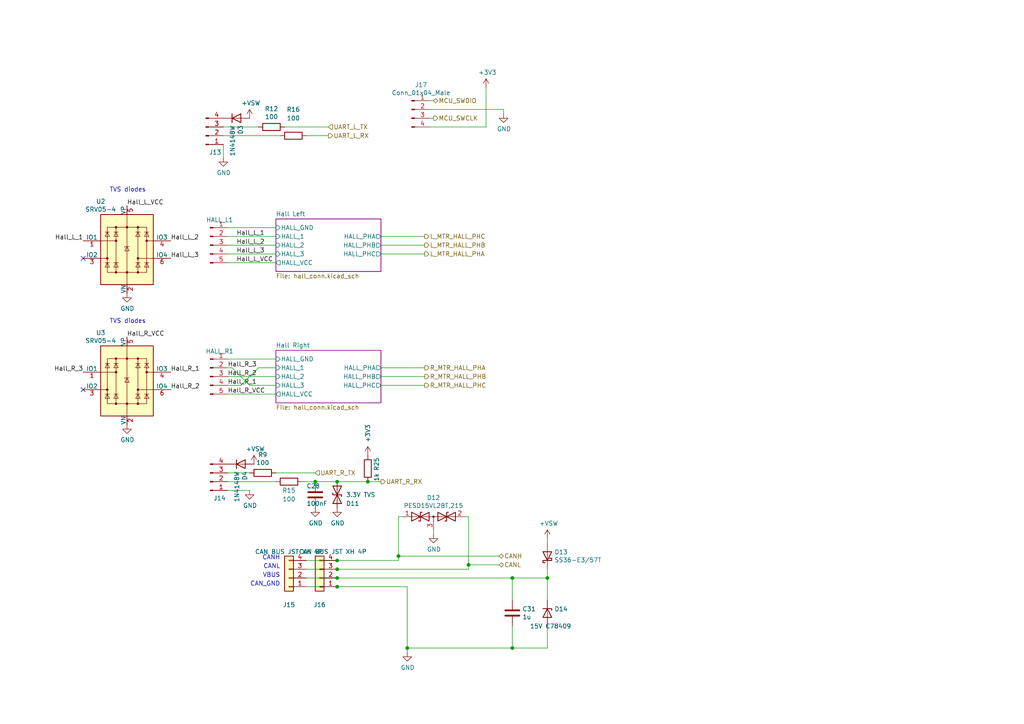
<source format=kicad_sch>
(kicad_sch (version 20250114) (generator "eeschema") (generator_version "9.0")
  (paper "A4")
  (lib_symbols
    (symbol "Connector:Conn_01x04_Male" (pin_names (offset 1.016) (hide yes))
      (property "Reference" "J" (at 0 5.08 0))
      (property "Value" "Conn_01x04_Male" (at 0 -7.62 0))
      (symbol "Conn_01x04_Male_1_1"
        (rectangle (start 0.8636 2.667) (end 0 2.413) (stroke (width 0.1524)) (fill (type outline)))
        (rectangle (start 0.8636 0.127) (end 0 -0.127) (stroke (width 0.1524)) (fill (type outline)))
        (rectangle (start 0.8636 -2.413) (end 0 -2.667) (stroke (width 0.1524)) (fill (type outline)))
        (rectangle (start 0.8636 -4.953) (end 0 -5.207) (stroke (width 0.1524)) (fill (type outline)))
        (polyline (pts (xy 1.27 2.54) (xy 0.8636 2.54)) (stroke (width 0.1524)))
        (polyline (pts (xy 1.27 0) (xy 0.8636 0)) (stroke (width 0.1524)))
        (polyline (pts (xy 1.27 -2.54) (xy 0.8636 -2.54)) (stroke (width 0.1524)))
        (polyline (pts (xy 1.27 -5.08) (xy 0.8636 -5.08)) (stroke (width 0.1524)))
        (pin passive line (at 5.08 2.54 180) (length 3.81) (name "Pin_1") (number "1"))
        (pin passive line (at 5.08 0 180) (length 3.81) (name "Pin_2") (number "2"))
        (pin passive line (at 5.08 -2.54 180) (length 3.81) (name "Pin_3") (number "3"))
        (pin passive line (at 5.08 -5.08 180) (length 3.81) (name "Pin_4") (number "4"))
      )
    )
    (symbol "Connector:Conn_01x05_Male" (pin_names (offset 1.016) (hide yes))
      (property "Reference" "J" (at 0 7.62 0))
      (property "Value" "Conn_01x05_Male" (at 0 -7.62 0))
      (symbol "Conn_01x05_Male_1_1"
        (rectangle (start 0.8636 5.207) (end 0 4.953) (stroke (width 0.1524)) (fill (type outline)))
        (rectangle (start 0.8636 2.667) (end 0 2.413) (stroke (width 0.1524)) (fill (type outline)))
        (rectangle (start 0.8636 0.127) (end 0 -0.127) (stroke (width 0.1524)) (fill (type outline)))
        (rectangle (start 0.8636 -2.413) (end 0 -2.667) (stroke (width 0.1524)) (fill (type outline)))
        (rectangle (start 0.8636 -4.953) (end 0 -5.207) (stroke (width 0.1524)) (fill (type outline)))
        (polyline (pts (xy 1.27 5.08) (xy 0.8636 5.08)) (stroke (width 0.1524)))
        (polyline (pts (xy 1.27 2.54) (xy 0.8636 2.54)) (stroke (width 0.1524)))
        (polyline (pts (xy 1.27 0) (xy 0.8636 0)) (stroke (width 0.1524)))
        (polyline (pts (xy 1.27 -2.54) (xy 0.8636 -2.54)) (stroke (width 0.1524)))
        (polyline (pts (xy 1.27 -5.08) (xy 0.8636 -5.08)) (stroke (width 0.1524)))
        (pin passive line (at 5.08 5.08 180) (length 3.81) (name "Pin_1") (number "1"))
        (pin passive line (at 5.08 2.54 180) (length 3.81) (name "Pin_2") (number "2"))
        (pin passive line (at 5.08 0 180) (length 3.81) (name "Pin_3") (number "3"))
        (pin passive line (at 5.08 -2.54 180) (length 3.81) (name "Pin_4") (number "4"))
        (pin passive line (at 5.08 -5.08 180) (length 3.81) (name "Pin_5") (number "5"))
      )
    )
    (symbol "Connector_Generic:Conn_01x04" (pin_names (offset 1.016) (hide yes))
      (property "Reference" "J" (at 0 5.08 0))
      (property "Value" "Conn_01x04" (at 0 -7.62 0))
      (symbol "Conn_01x04_1_1"
        (rectangle (start -1.27 3.81) (end 1.27 -6.35) (stroke (width 0.254)) (fill (type background)))
        (rectangle (start -1.27 2.667) (end 0 2.413) (stroke (width 0.1524)))
        (rectangle (start -1.27 0.127) (end 0 -0.127) (stroke (width 0.1524)))
        (rectangle (start -1.27 -2.413) (end 0 -2.667) (stroke (width 0.1524)))
        (rectangle (start -1.27 -4.953) (end 0 -5.207) (stroke (width 0.1524)))
        (pin passive line (at -5.08 2.54 0) (length 3.81) (name "Pin_1") (number "1"))
        (pin passive line (at -5.08 0 0) (length 3.81) (name "Pin_2") (number "2"))
        (pin passive line (at -5.08 -2.54 0) (length 3.81) (name "Pin_3") (number "3"))
        (pin passive line (at -5.08 -5.08 0) (length 3.81) (name "Pin_4") (number "4"))
      )
    )
    (symbol "Device:C" (pin_numbers (hide yes)) (pin_names (offset 0.254))
      (property "Reference" "C" (at 0.635 2.54 0))
      (property "Value" "C" (at 0.635 -2.54 0))
      (symbol "C_0_1"
        (polyline (pts (xy -2.032 0.762) (xy 2.032 0.762)) (stroke (width 0.508)))
        (polyline (pts (xy -2.032 -0.762) (xy 2.032 -0.762)) (stroke (width 0.508)))
      )
      (symbol "C_1_1"
        (pin passive line (at 0 3.81 270) (length 2.794) (name "~") (number "1"))
        (pin passive line (at 0 -3.81 90) (length 2.794) (name "~") (number "2"))
      )
    )
    (symbol "Device:D" (pin_numbers (hide yes)) (pin_names (offset 1.016) (hide yes))
      (property "Reference" "D" (at 0 2.54 0))
      (property "Value" "D" (at 0 -2.54 0))
      (symbol "D_0_1"
        (polyline (pts (xy -1.27 1.27) (xy -1.27 -1.27)) (stroke (width 0.254)))
        (polyline (pts (xy 1.27 1.27) (xy 1.27 -1.27) (xy -1.27 0) (xy 1.27 1.27)) (stroke (width 0.254)))
        (polyline (pts (xy 1.27 0) (xy -1.27 0)))
      )
      (symbol "D_1_1"
        (pin passive line (at -3.81 0 0) (length 2.54) (name "K") (number "1"))
        (pin passive line (at 3.81 0 180) (length 2.54) (name "A") (number "2"))
      )
    )
    (symbol "Device:D_Schottky" (pin_numbers (hide yes)) (pin_names (offset 1.016) (hide yes))
      (property "Reference" "D" (at 0 2.54 0))
      (property "Value" "D_Schottky" (at 0 -2.54 0))
      (symbol "D_Schottky_0_1"
        (polyline (pts (xy -1.905 0.635) (xy -1.905 1.27) (xy -1.27 1.27) (xy -1.27 -1.27) (xy -0.635 -1.27) (xy -0.635 -0.635)) (stroke (width 0.254)))
        (polyline (pts (xy 1.27 1.27) (xy 1.27 -1.27) (xy -1.27 0) (xy 1.27 1.27)) (stroke (width 0.254)))
        (polyline (pts (xy 1.27 0) (xy -1.27 0)))
      )
      (symbol "D_Schottky_1_1"
        (pin passive line (at -3.81 0 0) (length 2.54) (name "K") (number "1"))
        (pin passive line (at 3.81 0 180) (length 2.54) (name "A") (number "2"))
      )
    )
    (symbol "Device:D_TVS" (pin_numbers (hide yes)) (pin_names (offset 1.016) (hide yes))
      (property "Reference" "D" (at 0 2.54 0))
      (property "Value" "D_TVS" (at 0 -2.54 0))
      (symbol "D_TVS_0_1"
        (polyline (pts (xy -2.54 1.27) (xy -2.54 -1.27) (xy 2.54 1.27) (xy 2.54 -1.27) (xy -2.54 1.27)) (stroke (width 0.254)))
        (polyline (pts (xy 0.508 1.27) (xy 0 1.27) (xy 0 -1.27) (xy -0.508 -1.27)) (stroke (width 0.254)))
        (polyline (pts (xy 1.27 0) (xy -1.27 0)))
      )
      (symbol "D_TVS_1_1"
        (pin passive line (at -3.81 0 0) (length 2.54) (name "A1") (number "1"))
        (pin passive line (at 3.81 0 180) (length 2.54) (name "A2") (number "2"))
      )
    )
    (symbol "Device:D_TVS_Dual_AAC" (pin_names (offset 1.016) (hide yes))
      (property "Reference" "D" (at 0 4.445 0))
      (property "Value" "D_TVS_Dual_AAC" (at 0 2.54 0))
      (symbol "D_TVS_Dual_AAC_0_0"
        (polyline (pts (xy 0 -1.27) (xy 0 0)))
      )
      (symbol "D_TVS_Dual_AAC_0_1"
        (polyline (pts (xy -6.35 1.27) (xy -1.27 -1.27) (xy -1.27 1.27) (xy -6.35 -1.27) (xy -6.35 1.27)) (stroke (width 0.254)))
        (polyline (pts (xy -6.35 0) (xy 6.35 0)))
        (polyline (pts (xy -3.302 1.27) (xy -3.81 1.27) (xy -3.81 -1.27) (xy -4.318 -1.27)) (stroke (width 0.254)))
        (circle (center 0 0) (radius 0.254) (fill (type outline)))
        (polyline (pts (xy 4.318 1.27) (xy 3.81 1.27) (xy 3.81 -1.27) (xy 3.302 -1.27)) (stroke (width 0.254)))
        (polyline (pts (xy 6.35 1.27) (xy 1.27 -1.27) (xy 1.27 1.27) (xy 6.35 -1.27) (xy 6.35 1.27)) (stroke (width 0.254)))
      )
      (symbol "D_TVS_Dual_AAC_1_1"
        (pin passive line (at -8.89 0 0) (length 2.54) (name "A1") (number "1"))
        (pin input line (at 0 -3.81 90) (length 2.54) (name "common") (number "3"))
        (pin passive line (at 8.89 0 180) (length 2.54) (name "A2") (number "2"))
      )
    )
    (symbol "Device:D_Zener" (pin_numbers (hide yes)) (pin_names (offset 1.016) (hide yes))
      (property "Reference" "D" (at 0 2.54 0))
      (property "Value" "D_Zener" (at 0 -2.54 0))
      (symbol "D_Zener_0_1"
        (polyline (pts (xy -1.27 -1.27) (xy -1.27 1.27) (xy -0.762 1.27)) (stroke (width 0.254)))
        (polyline (pts (xy 1.27 0) (xy -1.27 0)))
        (polyline (pts (xy 1.27 -1.27) (xy 1.27 1.27) (xy -1.27 0) (xy 1.27 -1.27)) (stroke (width 0.254)))
      )
      (symbol "D_Zener_1_1"
        (pin passive line (at -3.81 0 0) (length 2.54) (name "K") (number "1"))
        (pin passive line (at 3.81 0 180) (length 2.54) (name "A") (number "2"))
      )
    )
    (symbol "Device:R" (pin_numbers (hide yes)) (pin_names (offset 0))
      (property "Reference" "R" (at 2.032 0 90))
      (property "Value" "R" (at 0 0 90))
      (symbol "R_0_1"
        (rectangle (start -1.016 -2.54) (end 1.016 2.54) (stroke (width 0.254)))
      )
      (symbol "R_1_1"
        (pin passive line (at 0 3.81 270) (length 1.27) (name "~") (number "1"))
        (pin passive line (at 0 -3.81 90) (length 1.27) (name "~") (number "2"))
      )
    )
    (symbol "Power_Protection:SRV05-4" (pin_names (offset 0))
      (property "Reference" "U" (at -5.08 11.43 0))
      (property "Value" "SRV05-4" (at 2.54 11.43 0))
      (symbol "SRV05-4_0_0"
        (rectangle (start -5.715 6.477) (end 5.715 -6.604))
        (polyline (pts (xy -3.175 -6.604) (xy -3.175 6.477)))
        (polyline (pts (xy 3.175 6.477) (xy 3.175 -6.604)))
      )
      (symbol "SRV05-4_0_1"
        (polyline (pts (xy -7.747 2.54) (xy -3.175 2.54)))
        (rectangle (start -7.62 10.16) (end 7.62 -10.16) (stroke (width 0.254)) (fill (type background)))
        (polyline (pts (xy -7.62 -2.54) (xy -5.715 -2.54)))
        (circle (center -5.715 -2.54) (radius 0.2794) (fill (type outline)))
        (polyline (pts (xy -5.08 5.08) (xy -6.35 5.08)))
        (polyline (pts (xy -5.08 3.81) (xy -6.35 3.81) (xy -5.715 5.08) (xy -5.08 3.81)))
        (polyline (pts (xy -5.08 -3.81) (xy -6.35 -3.81)))
        (polyline (pts (xy -5.08 -5.08) (xy -6.35 -5.08) (xy -5.715 -3.81) (xy -5.08 -5.08)))
        (circle (center -3.175 6.477) (radius 0.2794) (fill (type outline)))
        (circle (center -3.175 2.54) (radius 0.2794) (fill (type outline)))
        (circle (center -3.175 -6.604) (radius 0.2794) (fill (type outline)))
        (polyline (pts (xy -2.54 5.08) (xy -3.81 5.08)))
        (polyline (pts (xy -2.54 3.81) (xy -3.81 3.81) (xy -3.175 5.08) (xy -2.54 3.81)))
        (polyline (pts (xy -2.54 -3.81) (xy -3.81 -3.81)))
        (polyline (pts (xy -2.54 -5.08) (xy -3.81 -5.08) (xy -3.175 -3.81) (xy -2.54 -5.08)))
        (polyline (pts (xy 0 10.16) (xy 0 -10.16)))
        (circle (center 0 6.477) (radius 0.2794) (fill (type outline)))
        (circle (center 0 -6.604) (radius 0.2794) (fill (type outline)))
        (polyline (pts (xy 0.635 0.889) (xy -0.635 0.889) (xy -0.635 0.635)))
        (polyline (pts (xy 0.635 -0.381) (xy -0.635 -0.381) (xy 0 0.889) (xy 0.635 -0.381)))
        (circle (center 3.175 6.477) (radius 0.2794) (fill (type outline)))
        (circle (center 3.175 -2.54) (radius 0.2794) (fill (type outline)))
        (circle (center 3.175 -6.604) (radius 0.2794) (fill (type outline)))
        (polyline (pts (xy 3.81 5.08) (xy 2.54 5.08)))
        (polyline (pts (xy 3.81 3.81) (xy 2.54 3.81) (xy 3.175 5.08) (xy 3.81 3.81)))
        (polyline (pts (xy 3.81 -3.81) (xy 2.54 -3.81)))
        (polyline (pts (xy 3.81 -5.08) (xy 2.54 -5.08) (xy 3.175 -3.81) (xy 3.81 -5.08)))
        (circle (center 5.715 2.54) (radius 0.2794) (fill (type outline)))
        (polyline (pts (xy 6.35 5.08) (xy 5.08 5.08)))
        (polyline (pts (xy 6.35 3.81) (xy 5.08 3.81) (xy 5.715 5.08) (xy 6.35 3.81)))
        (polyline (pts (xy 6.35 -3.81) (xy 5.08 -3.81)))
        (polyline (pts (xy 6.35 -5.08) (xy 5.08 -5.08) (xy 5.715 -3.81) (xy 6.35 -5.08)))
        (polyline (pts (xy 7.62 2.54) (xy 5.715 2.54)))
        (polyline (pts (xy 7.62 -2.54) (xy 3.175 -2.54)))
      )
      (symbol "SRV05-4_1_1"
        (pin passive line (at -12.7 2.54 0) (length 5.08) (name "IO1") (number "1"))
        (pin passive line (at -12.7 -2.54 0) (length 5.08) (name "IO2") (number "3"))
        (pin passive line (at 0 12.7 270) (length 2.54) (name "VP") (number "5"))
        (pin passive line (at 0 -12.7 90) (length 2.54) (name "VN") (number "2"))
        (pin passive line (at 12.7 2.54 180) (length 5.08) (name "IO3") (number "4"))
        (pin passive line (at 12.7 -2.54 180) (length 5.08) (name "IO4") (number "6"))
      )
    )
    (symbol "power:+3.3V" (power) (pin_names (offset 0))
      (property "Value" "+3.3V" (at 0 3.556 0))
      (symbol "+3.3V_0_1"
        (polyline (pts (xy -0.762 1.27) (xy 0 2.54)))
        (polyline (pts (xy 0 2.54) (xy 0.762 1.27)))
        (polyline (pts (xy 0 0) (xy 0 2.54)))
      )
      (symbol "+3.3V_1_1"
        (pin power_in line (at 0 0 90) (length 0) (hide yes) (name "+3V3") (number "1"))
      )
    )
    (symbol "power:+VSW" (power) (pin_names (offset 0))
      (property "Value" "+VSW" (at 0 3.556 0))
      (symbol "+VSW_0_1"
        (polyline (pts (xy -0.762 1.27) (xy 0 2.54)))
        (polyline (pts (xy 0 2.54) (xy 0.762 1.27)))
        (polyline (pts (xy 0 0) (xy 0 2.54)))
      )
      (symbol "+VSW_1_1"
        (pin power_in line (at 0 0 90) (length 0) (hide yes) (name "+VSW") (number "1"))
      )
    )
    (symbol "power:GND" (power) (pin_names (offset 0))
      (property "Value" "GND" (at 0 -3.81 0))
      (symbol "GND_0_1"
        (polyline (pts (xy 0 0) (xy 0 -1.27) (xy 1.27 -1.27) (xy 0 -2.54) (xy -1.27 -1.27) (xy 0 -1.27)))
      )
      (symbol "GND_1_1"
        (pin power_in line (at 0 0 270) (length 0) (hide yes) (name "GND") (number "1"))
      )
    )
  )
  (text "TVS diodes" (at 31.75 93.98 0) (effects (font (size 1.27 1.27)) (justify left bottom)))
  (text "CANL" (at 81.28 165.1 0) (effects (font (size 1.27 1.27)) (justify right bottom)))
  (text "CANH" (at 81.28 162.56 0) (effects (font (size 1.27 1.27)) (justify right bottom)))
  (text "CAN_GND" (at 81.28 170.18 0) (effects (font (size 1.27 1.27)) (justify right bottom)))
  (text "VBUS" (at 81.28 167.64 0) (effects (font (size 1.27 1.27)) (justify right bottom)))
  (text "TVS diodes" (at 31.75 55.88 0) (effects (font (size 1.27 1.27)) (justify left bottom)))
  (junction (at 148.59 167.64))
  (junction (at 97.79 167.64))
  (junction (at 115.57 161.29))
  (junction (at 97.79 165.1))
  (junction (at 97.79 162.56))
  (junction (at 106.68 139.7))
  (junction (at 148.59 187.96))
  (junction (at 91.44 139.7))
  (junction (at 135.89 163.83))
  (junction (at 158.75 167.64))
  (junction (at 97.79 170.18))
  (junction (at 118.11 187.96))
  (junction (at 97.79 139.7))
  (no_connect (at 24.13 113.03))
  (no_connect (at 24.13 74.93))
  (wire (pts (xy 97.79 139.7) (xy 106.68 139.7)))
  (wire (pts (xy 66.04 111.76) (xy 69.85 111.76)))
  (wire (pts (xy 125.73 153.67) (xy 125.73 154.94)))
  (wire (pts (xy 97.79 162.56) (xy 115.57 162.56)))
  (wire (pts (xy 148.59 167.64) (xy 158.75 167.64)))
  (wire (pts (xy 66.04 114.3) (xy 80.01 114.3)))
  (wire (pts (xy 64.77 45.72) (xy 64.77 41.91)))
  (wire (pts (xy 118.11 170.18) (xy 118.11 187.96)))
  (wire (pts (xy 74.93 106.68) (xy 80.01 106.68)))
  (wire (pts (xy 88.9 162.56) (xy 97.79 162.56)))
  (wire (pts (xy 140.97 25.4) (xy 140.97 36.83)))
  (wire (pts (xy 158.75 156.21) (xy 158.75 157.48)))
  (wire (pts (xy 72.39 142.24) (xy 66.04 142.24)))
  (wire (pts (xy 80.01 139.7) (xy 66.04 139.7)))
  (wire (pts (xy 72.39 111.76) (xy 80.01 111.76)))
  (wire (pts (xy 124.46 31.75) (xy 146.05 31.75)))
  (wire (pts (xy 82.55 36.83) (xy 95.25 36.83)))
  (wire (pts (xy 66.04 73.66) (xy 80.01 73.66)))
  (wire (pts (xy 97.79 167.64) (xy 148.59 167.64)))
  (wire (pts (xy 158.75 167.64) (xy 158.75 173.99)))
  (wire (pts (xy 88.9 170.18) (xy 97.79 170.18)))
  (wire (pts (xy 110.49 71.12) (xy 123.19 71.12)))
  (wire (pts (xy 135.89 149.86) (xy 135.89 163.83)))
  (wire (pts (xy 91.44 137.16) (xy 80.01 137.16)))
  (wire (pts (xy 148.59 181.61) (xy 148.59 187.96)))
  (wire (pts (xy 135.89 163.83) (xy 144.78 163.83)))
  (wire (pts (xy 66.04 76.2) (xy 80.01 76.2)))
  (wire (pts (xy 148.59 187.96) (xy 158.75 187.96)))
  (wire (pts (xy 118.11 187.96) (xy 148.59 187.96)))
  (wire (pts (xy 88.9 167.64) (xy 97.79 167.64)))
  (wire (pts (xy 88.9 39.37) (xy 95.25 39.37)))
  (wire (pts (xy 116.84 149.86) (xy 115.57 149.86)))
  (wire (pts (xy 88.9 165.1) (xy 97.79 165.1)))
  (wire (pts (xy 125.73 29.21) (xy 124.46 29.21)))
  (wire (pts (xy 87.63 139.7) (xy 91.44 139.7)))
  (wire (pts (xy 115.57 149.86) (xy 115.57 161.29)))
  (wire (pts (xy 66.04 71.12) (xy 80.01 71.12)))
  (wire (pts (xy 91.44 139.7) (xy 97.79 139.7)))
  (wire (pts (xy 146.05 31.75) (xy 146.05 33.02)))
  (wire (pts (xy 158.75 181.61) (xy 158.75 187.96)))
  (wire (pts (xy 110.49 68.58) (xy 123.19 68.58)))
  (wire (pts (xy 106.68 139.7) (xy 110.49 139.7)))
  (wire (pts (xy 66.04 104.14) (xy 80.01 104.14)))
  (wire (pts (xy 66.04 106.68) (xy 67.31 106.68)))
  (wire (pts (xy 110.49 106.68) (xy 123.19 106.68)))
  (wire (pts (xy 110.49 73.66) (xy 123.19 73.66)))
  (wire (pts (xy 67.31 106.68) (xy 72.39 111.76)))
  (wire (pts (xy 81.28 39.37) (xy 64.77 39.37)))
  (wire (pts (xy 115.57 162.56) (xy 115.57 161.29)))
  (wire (pts (xy 97.79 170.18) (xy 118.11 170.18)))
  (wire (pts (xy 148.59 167.64) (xy 148.59 173.99)))
  (wire (pts (xy 134.62 149.86) (xy 135.89 149.86)))
  (wire (pts (xy 66.04 68.58) (xy 80.01 68.58)))
  (wire (pts (xy 135.89 165.1) (xy 135.89 163.83)))
  (wire (pts (xy 158.75 167.64) (xy 158.75 165.1)))
  (wire (pts (xy 125.73 34.29) (xy 124.46 34.29)))
  (wire (pts (xy 115.57 161.29) (xy 144.78 161.29)))
  (wire (pts (xy 66.04 109.22) (xy 80.01 109.22)))
  (wire (pts (xy 66.04 66.04) (xy 80.01 66.04)))
  (wire (pts (xy 118.11 187.96) (xy 118.11 189.23)))
  (wire (pts (xy 74.93 36.83) (xy 64.77 36.83)))
  (wire (pts (xy 124.46 36.83) (xy 140.97 36.83)))
  (wire (pts (xy 110.49 109.22) (xy 123.19 109.22)))
  (wire (pts (xy 110.49 111.76) (xy 123.19 111.76)))
  (wire (pts (xy 72.39 137.16) (xy 66.04 137.16)))
  (wire (pts (xy 74.93 106.68) (xy 69.85 111.76)))
  (wire (pts (xy 97.79 165.1) (xy 135.89 165.1)))
  (label "Hall_R_3" (at 24.13 107.95 180))
  (label "Hall_R_2" (at 49.53 113.03 0))
  (label "Hall_R_2" (at 66.04 109.22 0))
  (label "Hall_L_1" (at 24.13 69.85 180))
  (label "Hall_L_3" (at 68.58 73.66 0))
  (label "Hall_L_VCC" (at 36.83 59.69 0))
  (label "Hall_R_VCC" (at 66.04 114.3 0))
  (label "Hall_L_VCC" (at 68.58 76.2 0))
  (label "Hall_R_1" (at 49.53 107.95 0))
  (label "Hall_L_2" (at 49.53 69.85 0))
  (label "Hall_L_3" (at 49.53 74.93 0))
  (label "Hall_R_3" (at 66.04 106.68 0))
  (label "Hall_L_1" (at 68.58 68.58 0))
  (label "Hall_R_1" (at 66.04 111.76 0))
  (label "Hall_L_2" (at 68.58 71.12 0))
  (label "Hall_R_VCC" (at 36.83 97.79 0))
  (hierarchical_label "L_MTR_HALL_PHC" (shape output) (at 123.19 68.58 0))
  (hierarchical_label "UART_R_TX" (shape input) (at 91.44 137.16 0))
  (hierarchical_label "CANL" (shape bidirectional) (at 144.78 163.83 0))
  (hierarchical_label "MCU_SWCLK" (shape output) (at 125.73 34.29 0))
  (hierarchical_label "UART_R_RX" (shape output) (at 110.49 139.7 0))
  (hierarchical_label "L_MTR_HALL_PHB" (shape output) (at 123.19 71.12 0))
  (hierarchical_label "R_MTR_HALL_PHC" (shape output) (at 123.19 111.76 0))
  (hierarchical_label "MCU_SWDIO" (shape bidirectional) (at 125.73 29.21 0))
  (hierarchical_label "R_MTR_HALL_PHA" (shape output) (at 123.19 106.68 0))
  (hierarchical_label "R_MTR_HALL_PHB" (shape output) (at 123.19 109.22 0))
  (hierarchical_label "L_MTR_HALL_PHA" (shape output) (at 123.19 73.66 0))
  (hierarchical_label "UART_L_TX" (shape input) (at 95.25 36.83 0))
  (hierarchical_label "CANH" (shape bidirectional) (at 144.78 161.29 0))
  (hierarchical_label "UART_L_RX" (shape output) (at 95.25 39.37 0))
  (symbol (lib_id "power:GND") (at 64.77 45.72 0) (unit 1)
    (property "Reference" "#PWR028" (effects (hide yes)))
    (property "Value" "GND" (at 64.897 50.1142 0))
  )
  (symbol (lib_id "Connector:Conn_01x04_Male") (at 59.69 39.37 0) (mirror x) (unit 1)
    (property "Reference" "J13" (at 62.4332 44.1706 0))
    (property "Value" "UART_L1" (effects (hide yes)))
    (property "Footprint" "Connector_JST:JST_XH_B4B-XH-A_1x04_P2.50mm_Vertical" (effects (hide yes)))
    (property "LCSC" "C192885" (effects (hide yes)))
  )
  (symbol (lib_id "Connector:Conn_01x05_Male") (at 60.96 71.12 0) (unit 1)
    (property "Reference" "HALL_L1" (at 63.7032 63.7794 0))
    (property "Value" "Conn_01x05_Male" (effects (hide yes)))
    (property "Footprint" "Connector_JST:JST_XH_B5B-XH-A_1x05_P2.50mm_Vertical" (effects (hide yes)))
    (property "LCSC" "C57142" (effects (hide yes)))
  )
  (symbol (lib_id "Connector:Conn_01x05_Male") (at 60.96 109.22 0) (unit 1)
    (property "Reference" "HALL_R1" (at 63.7032 101.8794 0))
    (property "Value" "Conn_01x05_Male" (effects (hide yes)))
    (property "Footprint" "Connector_JST:JST_XH_B5B-XH-A_1x05_P2.50mm_Vertical" (effects (hide yes)))
    (property "LCSC" "C57142" (effects (hide yes)))
  )
  (symbol (lib_id "Connector:Conn_01x04_Male") (at 60.96 139.7 0) (mirror x) (unit 1)
    (property "Reference" "J14" (at 63.7032 144.5006 0))
    (property "Value" "UART_R1" (effects (hide yes)))
    (property "Footprint" "Connector_JST:JST_XH_B4B-XH-A_1x04_P2.50mm_Vertical" (effects (hide yes)))
    (property "LCSC" "C192885" (effects (hide yes)))
  )
  (symbol (lib_id "power:+VSW") (at 72.39 34.29 0) (unit 1)
    (property "Reference" "#PWR031" (effects (hide yes)))
    (property "Value" "+VSW" (at 72.771 29.8958 0))
  )
  (symbol (lib_id "Device:R") (at 78.74 36.83 270) (unit 1)
    (property "Reference" "R12" (at 78.74 31.5722 90))
    (property "Value" "100" (at 78.74 33.8836 90))
    (property "Footprint" "Resistor_SMD:R_0603_1608Metric" (effects (hide yes)))
    (property "LCSC" "C22775" (effects (hide yes)))
  )
  (symbol (lib_id "Device:R") (at 85.09 39.37 270) (unit 1)
    (property "Reference" "R16" (at 85.09 31.75 90))
    (property "Value" "100" (at 85.09 34.29 90))
    (property "Footprint" "Resistor_SMD:R_0603_1608Metric" (effects (hide yes)))
    (property "LCSC" "C22775" (effects (hide yes)))
  )
  (symbol (lib_id "power:+VSW") (at 73.66 134.62 0) (unit 1)
    (property "Reference" "#PWR033" (effects (hide yes)))
    (property "Value" "+VSW" (at 74.041 130.2258 0))
  )
  (symbol (lib_id "power:GND") (at 72.39 142.24 0) (unit 1)
    (property "Reference" "#PWR032" (effects (hide yes)))
    (property "Value" "GND" (at 72.517 146.6342 0))
  )
  (symbol (lib_id "Device:R") (at 76.2 137.16 270) (unit 1)
    (property "Reference" "R9" (at 76.2 131.9022 90))
    (property "Value" "100" (at 76.2 134.2136 90))
    (property "Footprint" "Resistor_SMD:R_0603_1608Metric" (effects (hide yes)))
    (property "LCSC" "C22775" (effects (hide yes)))
  )
  (symbol (lib_id "Device:R") (at 83.82 139.7 270) (unit 1)
    (property "Reference" "R15" (at 83.82 142.24 90))
    (property "Value" "100" (at 83.82 144.78 90))
    (property "Footprint" "Resistor_SMD:R_0603_1608Metric" (effects (hide yes)))
    (property "LCSC" "C22775" (effects (hide yes)))
  )
  (symbol (lib_id "Device:D_TVS_Dual_AAC") (at 125.73 149.86 0) (unit 1)
    (property "Reference" "D12" (at 125.73 144.3482 0))
    (property "Value" "PESD15VL2BT,215" (at 125.73 146.6596 0))
    (property "Footprint" "Package_TO_SOT_SMD:SOT-23" (effects (hide yes)))
    (property "LCSC" "C38838" (effects (hide yes)))
  )
  (symbol (lib_id "power:GND") (at 125.73 154.94 0) (unit 1)
    (property "Reference" "#PWR042" (effects (hide yes)))
    (property "Value" "GND" (at 125.857 159.3342 0))
  )
  (symbol (lib_id "power:GND") (at 118.11 189.23 0) (unit 1)
    (property "Reference" "#PWR041" (effects (hide yes)))
    (property "Value" "GND" (at 118.237 193.6242 0))
  )
  (symbol (lib_id "power:GND") (at 146.05 33.02 0) (unit 1)
    (property "Reference" "#PWR044" (effects (hide yes)))
    (property "Value" "GND" (at 146.177 37.4142 0))
  )
  (symbol (lib_id "power:+VSW") (at 158.75 156.21 0) (unit 1)
    (property "Reference" "#PWR045" (effects (hide yes)))
    (property "Value" "+VSW" (at 159.131 151.8158 0))
  )
  (symbol (lib_id "Device:D_Schottky") (at 158.75 161.29 90) (unit 1)
    (property "Reference" "D13" (at 160.782 160.1216 90) (effects (justify right)))
    (property "Value" "SS36-E3/57T" (at 160.782 162.433 90) (effects (justify right)))
    (property "Footprint" "Diode_SMD:D_SMC" (effects (hide yes)))
    (property "LCSC" "C35722" (effects (hide yes)))
  )
  (symbol (lib_id "Device:D_Zener") (at 158.75 177.8 270) (unit 1)
    (property "Reference" "D14" (at 160.782 176.6316 90) (effects (justify left)))
    (property "Value" "15V C78409" (at 153.67 181.61 90) (effects (justify left)))
    (property "Footprint" "Diode_SMD:D_SMB" (effects (hide yes)))
    (property "LCSC" "C78409" (effects (hide yes)))
  )
  (symbol (lib_id "Device:C") (at 148.59 177.8 0) (unit 1)
    (property "Reference" "C31" (at 151.511 176.6316 0) (effects (justify left)))
    (property "Value" "1u" (at 151.511 178.943 0) (effects (justify left)))
    (property "Footprint" "Capacitor_SMD:C_0805_2012Metric" (effects (hide yes)))
    (property "LCSC" "C28323" (effects (hide yes)))
  )
  (symbol (lib_id "Device:D") (at 69.85 134.62 0) (unit 1)
    (property "Reference" "D4" (at 71.0184 136.6266 90) (effects (justify right)))
    (property "Value" "1N4148W" (at 68.707 136.6266 90) (effects (justify right)))
    (property "Footprint" "Diode_SMD:D_SOD-123" (effects (hide yes)))
    (property "Datasheet" "https://www.vishay.com/docs/85748/1n4148w.pdf" (effects (hide yes)))
    (property "LCSC" "C81598" (effects (hide yes)))
  )
  (symbol (lib_id "Device:D") (at 68.58 34.29 0) (unit 1)
    (property "Reference" "D3" (at 69.7484 36.2966 90) (effects (justify right)))
    (property "Value" "1N4148W" (at 67.437 36.2966 90) (effects (justify right)))
    (property "Footprint" "Diode_SMD:D_SOD-123" (effects (hide yes)))
    (property "Datasheet" "https://www.vishay.com/docs/85748/1n4148w.pdf" (effects (hide yes)))
    (property "LCSC" "C81598" (effects (hide yes)))
  )
  (symbol (lib_id "Connector:Conn_01x04_Male") (at 119.38 31.75 0) (unit 1)
    (property "Reference" "J17" (at 122.1232 24.6126 0))
    (property "Value" "Conn_01x04_Male" (at 122.1232 26.924 0))
    (property "Footprint" "Connector_PinHeader_2.54mm:PinHeader_1x04_P2.54mm_Vertical" (effects (hide yes)))
    (property "LCSC" "C2691448" (effects (hide yes)))
  )
  (symbol (lib_id "power:+3.3V") (at 140.97 25.4 0) (unit 1)
    (property "Reference" "#PWR043" (effects (hide yes)))
    (property "Value" "+3V3" (at 141.351 21.0058 0))
  )
  (symbol (lib_id "Device:R") (at 106.68 135.89 0) (unit 1)
    (property "Reference" "R25" (at 109.22 134.62 90))
    (property "Value" "1k" (at 109.22 138.43 90))
    (property "Footprint" "Resistor_SMD:R_0603_1608Metric" (effects (hide yes)))
    (property "LCSC" "C21190" (effects (hide yes)))
  )
  (symbol (lib_id "power:+3.3V") (at 106.68 132.08 0) (unit 1)
    (property "Reference" "#PWR040" (effects (hide yes)))
    (property "Value" "+3V3" (at 106.68 125.73 90))
  )
  (symbol (lib_id "Device:D_TVS") (at 97.79 143.51 270) (unit 1)
    (property "Reference" "D11" (at 100.33 146.05 90) (effects (justify left)))
    (property "Value" "3.3V TVS" (at 100.33 143.51 90) (effects (justify left)))
    (property "Footprint" "Diode_SMD:D_SOD-323" (effects (hide yes)))
    (property "LCSC" "C314254" (effects (hide yes)))
  )
  (symbol (lib_id "Device:C") (at 91.44 143.51 0) (unit 1)
    (property "Reference" "C28" (at 88.9 140.97 0) (effects (justify left)))
    (property "Value" "100nF" (at 88.9 146.05 0) (effects (justify left)))
    (property "Footprint" "Capacitor_SMD:C_0603_1608Metric" (effects (hide yes)))
    (property "LCSC" "C14663" (effects (hide yes)))
  )
  (symbol (lib_id "power:GND") (at 91.44 147.32 0) (unit 1)
    (property "Reference" "#PWR038" (effects (hide yes)))
    (property "Value" "GND" (at 91.567 151.7142 0))
  )
  (symbol (lib_id "power:GND") (at 97.79 147.32 0) (unit 1)
    (property "Reference" "#PWR039" (effects (hide yes)))
    (property "Value" "GND" (at 97.917 151.7142 0))
  )
  (symbol (lib_id "Connector_Generic:Conn_01x04") (at 83.82 167.64 180) (unit 1)
    (property "Reference" "J15" (at 83.82 175.4165 0))
    (property "Value" "CAN BUS JST XH 4P" (at 83.82 160.02 0))
    (property "Footprint" "Connector_JST:JST_XH_B4B-XH-A_1x04_P2.50mm_Vertical" (effects (hide yes)))
    (property "LCSC" "C68117" (effects (hide yes)))
  )
  (symbol (lib_id "Power_Protection:SRV05-4") (at 36.83 72.39 0) (unit 1)
    (property "Reference" "U2" (at 29.21 58.42 0))
    (property "Value" "SRV05-4" (at 29.21 60.7314 0))
    (property "Footprint" "Package_TO_SOT_SMD:SOT-23-6" (effects (hide yes)))
    (property "Datasheet" "http://www.onsemi.com/pub/Collateral/SRV05-4-D.PDF" (effects (hide yes)))
    (property "LCSC" "C384887" (effects (hide yes)))
  )
  (symbol (lib_id "power:GND") (at 36.83 85.09 0) (unit 1)
    (property "Reference" "#PWR0196" (effects (hide yes)))
    (property "Value" "GND" (at 36.957 89.4842 0))
  )
  (symbol (lib_id "power:GND") (at 36.83 123.19 0) (unit 1)
    (property "Reference" "#PWR0202" (effects (hide yes)))
    (property "Value" "GND" (at 36.957 127.5842 0))
  )
  (symbol (lib_id "Connector_Generic:Conn_01x04") (at 92.71 167.64 180) (unit 1)
    (property "Reference" "J16" (at 92.71 175.4165 0))
    (property "Value" "CAN BUS JST XH 4P" (at 96.52 160.02 0))
    (property "Footprint" "Connector_JST:JST_XH_B4B-XH-A_1x04_P2.50mm_Vertical" (effects (hide yes)))
    (property "LCSC" "C68117" (effects (hide yes)))
  )
  (symbol (lib_id "Power_Protection:SRV05-4") (at 36.83 110.49 0) (unit 1)
    (property "Reference" "U3" (at 29.21 96.52 0))
    (property "Value" "SRV05-4" (at 29.21 98.8314 0))
    (property "Footprint" "Package_TO_SOT_SMD:SOT-23-6" (effects (hide yes)))
    (property "Datasheet" "http://www.onsemi.com/pub/Collateral/SRV05-4-D.PDF" (effects (hide yes)))
    (property "LCSC" "C384887" (effects (hide yes)))
  )
  (sheet (at 80.01 101.6) (size 30.48 15.24) (stroke (width 0.1524) (color 132 0 132 1)) (fill (color 255 255 255 0.0000))
    (property "Sheetname" "Hall Right" (at 80.01 100.8884 0) (effects (justify left bottom)))
    (property "Sheetfile" "hall_conn.kicad_sch" (at 80.01 117.4246 0) (effects (justify left top)))
    (pin "HALL_2" input (at 80.01 109.22 180))
    (pin "HALL_GND" input (at 80.01 104.14 180))
    (pin "HALL_1" input (at 80.01 106.68 180))
    (pin "HALL_3" input (at 80.01 111.76 180))
    (pin "HALL_VCC" output (at 80.01 114.3 180))
    (pin "HALL_PHC" output (at 110.49 111.76 0))
    (pin "HALL_PHA" output (at 110.49 106.68 0))
    (pin "HALL_PHB" output (at 110.49 109.22 0))
  )
  (sheet (at 80.01 63.5) (size 30.48 15.24) (stroke (width 0.1524) (color 132 0 132 1)) (fill (color 255 255 255 0.0000))
    (property "Sheetname" "Hall Left" (at 80.01 62.7884 0) (effects (justify left bottom)))
    (property "Sheetfile" "hall_conn.kicad_sch" (at 80.01 79.3246 0) (effects (justify left top)))
    (pin "HALL_2" input (at 80.01 71.12 180))
    (pin "HALL_GND" input (at 80.01 66.04 180))
    (pin "HALL_1" input (at 80.01 68.58 180))
    (pin "HALL_3" input (at 80.01 73.66 180))
    (pin "HALL_VCC" output (at 80.01 76.2 180))
    (pin "HALL_PHC" output (at 110.49 73.66 0))
    (pin "HALL_PHA" output (at 110.49 68.58 0))
    (pin "HALL_PHB" output (at 110.49 71.12 0))
  )
)
</source>
